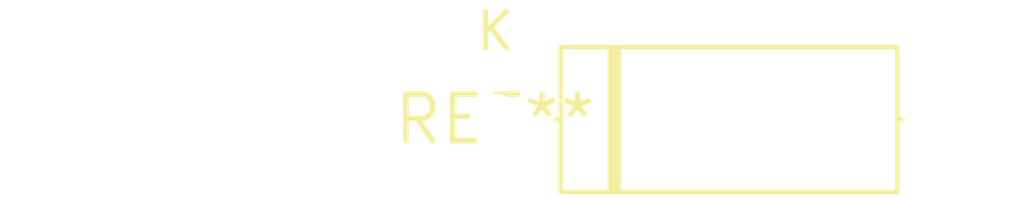
<source format=kicad_pcb>
(kicad_pcb (version 20240108) (generator pcbnew)
  (layers (0 "F.Cu" signal) (31 "B.Cu" signal) (34 "B.Paste" user) (35 "F.Paste" user) (36 "B.SilkS" user "B.Silkscreen") (37 "F.SilkS" user "F.Silkscreen") (38 "B.Mask" user) (39 "F.Mask" user) (44 "Edge.Cuts" user))
  (net 0 "")
  (footprint "D_5W_P12.70mm_Horizontal" (layer "F.Cu") (at 0 0)
    (property "Reference" "REF**")
    (property "Value" "D_5W_P12.70mm_Horizontal")
    (fp_line (start 1.64 0) (end 1.78 0) (layer "F.SilkS") (stroke (width 0.12)))
    (fp_line (start 1.78 -1.97) (end 1.78 1.97) (layer "F.SilkS") (stroke (width 0.12)))
    (fp_line (start 1.78 1.97) (end 10.92 1.97) (layer "F.SilkS") (stroke (width 0.12)))
    (fp_line (start 3.115 -1.97) (end 3.115 1.97) (layer "F.SilkS") (stroke (width 0.12)))
    (fp_line (start 3.235 -1.97) (end 3.235 1.97) (layer "F.SilkS") (stroke (width 0.12)))
    (fp_line (start 3.355 -1.97) (end 3.355 1.97) (layer "F.SilkS") (stroke (width 0.12)))
    (fp_line (start 10.92 -1.97) (end 1.78 -1.97) (layer "F.SilkS") (stroke (width 0.12)))
    (fp_line (start 10.92 1.97) (end 10.92 -1.97) (layer "F.SilkS") (stroke (width 0.12)))
    (fp_line (start 11.06 0) (end 10.92 0) (layer "F.SilkS") (stroke (width 0.12)))
    (fp_text user "K" (at 0 -2.4 0) (layer "F.SilkS"))
    (pad "1" thru_hole rect (at 0 0) (size 2.8 2.8) (drill 1.4) (layers *.Cu *.Mask) (remove_unused_layers))
    (pad "2" thru_hole oval (at 12.7 0) (size 2.8 2.8) (drill 1.4) (layers *.Cu *.Mask) (remove_unused_layers))
  )
)
</source>
